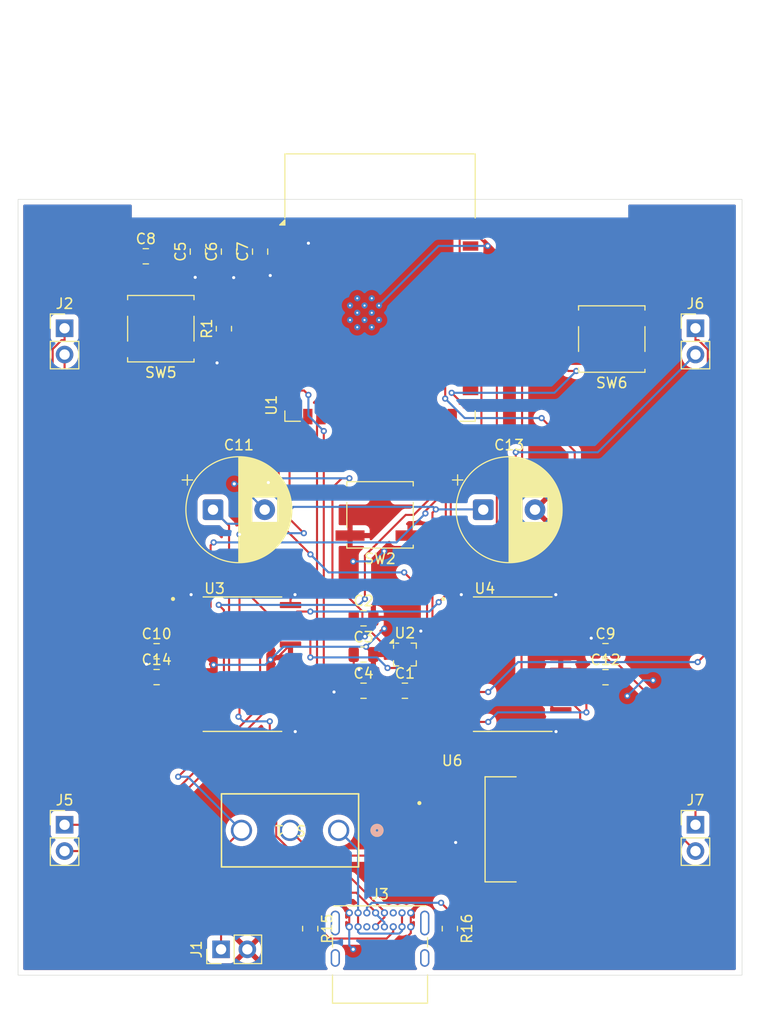
<source format=kicad_pcb>
(kicad_pcb (version 20241229) (generator "pcbnew") (generator_version "9.0")
  (layers (0 "F.Cu" signal) (2 "B.Cu" signal) (13 "F.Paste" user) (15 "B.Paste" user) (5 "F.SilkS" user "F.Silkscreen") (7 "B.SilkS" user "B.Silkscreen") (1 "F.Mask" user) (3 "B.Mask" user) (25 "Edge.Cuts" user))
  (net 0 "")
  (net 1 "Net-(U2-C1)")
  (net 2 "GND")
  (net 3 "+3V3")
  (net 4 "RESET")
  (net 5 "VBAT")
  (net 6 "D-")
  (net 7 "VBUS")
  (net 8 "D+")
  (net 13 "Net-(J3-CC1)")
  (net 15 "Net-(J3-CC2)")
  (net 17 "BOOT")
  (net 18 "Net-(SW1-B)")
  (net 19 "BUT")
  (net 20 "IN2B")
  (net 28 "SCL")
  (net 31 "INT_MAG")
  (net 33 "IN4B")
  (net 35 "IN1B")
  (net 39 "IN3B")
  (net 41 "IN3A")
  (net 42 "IN2A")
  (net 44 "IN4A")
  (net 46 "SDA")
  (net 51 "IN1A")
  (net 57 "MOTOR1B")
  (net 58 "MOTOR1A")
  (net 59 "MOTOR2B")
  (net 60 "MOTOR2A")
  (net 61 "MOTOR3A")
  (net 62 "MOTOR4A")
  (net 63 "MOTOR3B")
  (net 64 "MOTOR4B")
  (footprint "Button_Switch_SMD:SW_Push_1P1T_NO_CK_KSC6xxJ" (layer "F.Cu") (at 110.595 79.5)
    (property "Reference" "SW2")
    (property "Value" "SW_Push")
  )
  (footprint "Connector_PinHeader_2.54mm:PinHeader_1x02_P2.54mm_Vertical" (layer "F.Cu") (at 95.225 121.5 90)
    (property "Reference" "J1")
    (property "Value" "Conn_01x02_Pin")
  )
  (footprint "Capacitor_SMD:C_0805_2012Metric" (layer "F.Cu") (at 95.99 54.05 90)
    (property "Reference" "C6")
    (property "Value" "10uF")
  )
  (footprint "Button_Switch_THT:SS-12D10G5_XKB" (layer "F.Cu") (at 106.5941 110 180)
    (property "Reference" "SW1")
    (property "Value" "SW_SPDT")
  )
  (footprint "Capacitor_THT:CP_Radial_D10.0mm_P5.00mm" (layer "F.Cu") (at 94.445 79)
    (property "Reference" "C11")
    (property "Value" "220uF")
  )
  (footprint "Connector_PinHeader_2.54mm:PinHeader_1x02_P2.54mm_Vertical" (layer "F.Cu") (at 141.095 61.46)
    (property "Reference" "J6")
    (property "Value" "Conn_01x02_Pin")
  )
  (footprint "Capacitor_SMD:C_0805_2012Metric" (layer "F.Cu") (at 132.395 92.6725)
    (property "Reference" "C9")
    (property "Value" "0.1uF")
  )
  (footprint "RF_Module:ESP32-S3-WROOM-1" (layer "F.Cu") (at 110.595 57.5)
    (property "Reference" "U1")
    (property "Value" "ESP32-S3-WROOM-1")
  )
  (footprint "Capacitor_SMD:C_0805_2012Metric" (layer "F.Cu") (at 99 54.05 90)
    (property "Reference" "C7")
    (property "Value" "1uF")
  )
  (footprint "Capacitor_SMD:C_0805_2012Metric" (layer "F.Cu") (at 87.95 54.5)
    (property "Reference" "C8")
    (property "Value" "1uF")
  )
  (footprint "Connector_PinHeader_2.54mm:PinHeader_1x02_P2.54mm_Vertical" (layer "F.Cu") (at 141.095 109.46)
    (property "Reference" "J7")
    (property "Value" "Conn_01x02_Pin")
  )
  (footprint "Capacitor_SMD:C_0805_2012Metric" (layer "F.Cu") (at 109 89.5)
    (property "Reference" "C2")
    (property "Value" "0.1uF")
  )
  (footprint "Connector_USB:USB_C_Receptacle_GCT_USB4085" (layer "F.Cu") (at 107.62 117.975)
    (property "Reference" "J3")
    (property "Value" "USB_C_Receptacle_USB2.0_16P")
  )
  (footprint "Capacitor_SMD:C_0805_2012Metric" (layer "F.Cu") (at 109 93)
    (property "Reference" "C3")
    (property "Value" "10nF")
  )
  (footprint "Connector_PinHeader_2.54mm:PinHeader_1x02_P2.54mm_Vertical" (layer "F.Cu") (at 80.095 109.46)
    (property "Reference" "J5")
    (property "Value" "Conn_01x02_Pin")
  )
  (footprint "footprints:TO254P1524X483-4N" (layer "F.Cu") (at 123.4 109.9)
    (property "Reference" "U6")
    (property "Value" "LM1084-3.3")
  )
  (footprint "Capacitor_SMD:C_0805_2012Metric" (layer "F.Cu") (at 92.98 54.05 90)
    (property "Reference" "C5")
    (property "Value" "10uF")
  )
  (footprint "Capacitor_THT:CP_Radial_D10.0mm_P5.00mm" (layer "F.Cu") (at 120.5773 79)
    (property "Reference" "C13")
    (property "Value" "220uF")
  )
  (footprint "Capacitor_SMD:C_0805_2012Metric" (layer "F.Cu") (at 113 96.5)
    (property "Reference" "C1")
    (property "Value" "220nF")
  )
  (footprint "Resistor_SMD:R_0805_2012Metric" (layer "F.Cu") (at 95.5 61.5 90)
    (property "Reference" "R1")
    (property "Value" "5.1k")
  )
  (footprint "Resistor_SMD:R_0805_2012Metric" (layer "F.Cu") (at 103.845 119.5 -90)
    (property "Reference" "R15")
    (property "Value" "5.1k")
  )
  (footprint "Connector_PinHeader_2.54mm:PinHeader_1x02_P2.54mm_Vertical" (layer "F.Cu") (at 80.095 61.46)
    (property "Reference" "J2")
    (property "Value" "Conn_01x02_Pin")
  )
  (footprint "Resistor_SMD:R_0805_2012Metric" (layer "F.Cu") (at 117.345 119.5 -90)
    (property "Reference" "R16")
    (property "Value" "5.1k")
  )
  (footprint "Capacitor_SMD:C_0805_2012Metric" (layer "F.Cu") (at 88.995 92.6825)
    (property "Reference" "C10")
    (property "Value" "0.1uF")
  )
  (footprint "Package_LGA:LGA-12_2x2mm_P0.5mm" (layer "F.Cu") (at 113 93)
    (property "Reference" "U2")
    (property "Value" "LIS2MDL")
  )
  (footprint "footprints:SOIC127P1032X265-20N" (layer "F.Cu") (at 97.2927 93.9325)
    (property "Reference" "U3")
    (property "Value" "L293DD013TR")
  )
  (footprint "footprints:SOIC127P1032X265-20N" (layer "F.Cu") (at 123.425 93.9325)
    (property "Reference" "U4")
    (property "Value" "L293DD013TR")
  )
  (footprint "Button_Switch_SMD:SW_Push_1P1T_NO_CK_KSC6xxJ" (layer "F.Cu") (at 89.4 61.5)
    (property "Reference" "SW5")
    (property "Value" "SW_Push")
  )
  (footprint "Capacitor_SMD:C_0805_2012Metric" (layer "F.Cu") (at 132.395 95.1925)
    (property "Reference" "C12")
    (property "Value" "0.1uF")
  )
  (footprint "Button_Switch_SMD:SW_Push_1P1T_NO_CK_KSC6xxJ" (layer "F.Cu") (at 133 62.5)
    (property "Reference" "SW6")
    (property "Value" "SW_Push")
  )
  (footprint "Capacitor_SMD:C_0805_2012Metric" (layer "F.Cu") (at 109 96.5)
    (property "Reference" "C4")
    (property "Value" "0.1uF")
  )
  (footprint "Capacitor_SMD:C_0805_2012Metric" (layer "F.Cu") (at 88.995 95.1825)
    (property "Reference" "C14")
    (property "Value" "0.1uF")
  )
  (gr_rect (start 75.595 49) (end 145.595 124) (stroke (width 0.05)) (fill no) (layer "Edge.Cuts"))
  (segment (start 112.75 95.8) (end 112.75 93.7625) (width 0.2) (layer "F.Cu") (net 1))
  (segment (start 112.05 96.5) (end 112.75 95.8) (width 0.2) (layer "F.Cu") (net 1))
  (segment (start 113.57 119.325) (end 113.57 119.93) (width 0.2) (layer "F.Cu") (net 2))
  (segment (start 113.57 119.325) (end 113.57 117.975) (width 0.2) (layer "F.Cu") (net 2))
  (segment (start 92.6477 95.8375) (end 90.6 95.8375) (width 0.2) (layer "F.Cu") (net 2))
  (segment (start 90.56 94.5675) (end 92.6477 94.5675) (width 0.2) (layer "F.Cu") (net 2))
  (segment (start 119.74 52.24) (end 121 53.5) (width 0.2) (layer "F.Cu") (net 2))
  (segment (start 92.6477 94.5675) (end 92.6477 95.8375) (width 0.2) (layer "F.Cu") (net 2))
  (segment (start 92.6477 93.2975) (end 92.6477 94.5675) (width 0.2) (layer "F.Cu") (net 2))
  (segment (start 92.6477 92.0275) (end 90.6 92.0275) (width 0.2) (layer "F.Cu") (net 2))
  (segment (start 119.345 52.24) (end 119.74 52.24) (width 0.2) (layer "F.Cu") (net 2))
  (segment (start 113.57 119.93) (end 113 120.5) (width 0.2) (layer "F.Cu") (net 2))
  (segment (start 101.9377 92.0275) (end 100.4652 93.5) (width 0.2) (layer "F.Cu") (net 2))
  (segment (start 113.25 93.7625) (end 113.25 93.298) (width 0.2) (layer "F.Cu") (net 2))
  (segment (start 92.6477 92.0275) (end 92.6477 93.2975) (width 0.2) (layer "F.Cu") (net 2))
  (segment (start 92.6477 93.2975) (end 93.7975 93.2975) (width 0.2) (layer "F.Cu") (net 2))
  (segment (start 109.25 92.25) (end 109.25 92.3) (width 0.2) (layer "F.Cu") (net 2))
  (segment (start 107.62 119.325) (end 107.62 117.975) (width 0.2) (layer "F.Cu") (net 2))
  (segment (start 90.6 92.0275) (end 89.945 92.6825) (width 0.2) (layer "F.Cu") (net 2))
  (segment (start 134.5 96.3475) (end 134.5 97) (width 0.2) (layer "F.Cu") (net 2))
  (segment (start 89.945 95.1825) (end 90.56 94.5675) (width 0.2) (layer "F.Cu") (net 2))
  (segment (start 113.95 94.95) (end 113.95 96.5) (width 0.2) (layer "F.Cu") (net 2))
  (segment (start 113.25 93.298) (end 113.298 93.25) (width 0.2) (layer "F.Cu") (net 2))
  (segment (start 90.56 93.2975) (end 89.945 92.6825) (width 0.2) (layer "F.Cu") (net 2))
  (segment (start 113.298 93.25) (end 113.7625 93.25) (width 0.2) (layer "F.Cu") (net 2))
  (segment (start 100.4652 93.5) (end 100 93.5) (width 0.2) (layer "F.Cu") (net 2))
  (segment (start 133.345 95.1925) (end 134.5 96.3475) (width 0.2) (layer "F.Cu") (net 2))
  (segment (start 90.6 95.8375) (end 89.945 95.1825) (width 0.2) (layer "F.Cu") (net 2))
  (segment (start 109.25 92.3) (end 109.95 93) (width 0.2) (layer "F.Cu") (net 2))
  (segment (start 93.7975 93.2975) (end 94.5 94) (width 0.2) (layer "F.Cu") (net 2))
  (segment (start 113.25 93.7625) (end 113.25 94.25) (width 0.2) (layer "F.Cu") (net 2))
  (segment (start 92.6477 93.2975) (end 90.56 93.2975) (width 0.2) (layer "F.Cu") (net 2))
  (segment (start 113.25 94.25) (end 113.95 94.95) (width 0.2) (layer "F.Cu") (net 2))
  (via (at 100 93.5) (size 0.6) (drill 0.3) (layers "F.Cu" "B.Cu") (net 2))
  (via (at 121 53.5) (size 0.6) (drill 0.3) (layers "F.Cu" "B.Cu") (net 2))
  (via (at 108 84) (size 0.6) (drill 0.3) (layers "F.Cu" "B.Cu") (net 2))
  (via (at 109.25 92.25) (size 0.6) (drill 0.3) (layers "F.Cu" "B.Cu") (net 2))
  (via (at 134.5 97) (size 0.6) (drill 0.3) (layers "F.Cu" "B.Cu") (net 2))
  (via (at 94.5 94) (size 0.6) (drill 0.3) (layers "F.Cu" "B.Cu") (net 2))
  (via (at 137 95.5) (size 0.6) (drill 0.3) (layers "F.Cu" "B.Cu") (net 2))
  (via (at 111 90.5) (size 0.6) (drill 0.3) (layers "F.Cu" "B.Cu") (net 2))
  (via (at 108 121.5) (size 0.6) (drill 0.3) (layers "F.Cu" "B.Cu") (net 2))
  (via (at 96.5 76.5) (size 0.6) (drill 0.3) (layers "F.Cu" "B.Cu") (net 2))
  (via (at 111 83) (size 0.6) (drill 0.3) (layers "F.Cu" "B.Cu") (net 2))
  (segment (start 116.255 53.5) (end 110.495 59.26) (width 0.2) (layer "B.Cu") (net 2))
  (segment (start 100 93.5) (end 101.25 92.25) (width 0.2) (layer "B.Cu") (net 2))
  (segment (start 96.945 76.5) (end 96.5 76.5) (width 0.2) (layer "B.Cu") (net 2))
  (segment (start 108 121.5) (end 107.62 121.12) (width 0.2) (layer "B.Cu") (net 2))
  (segment (start 136 95.5) (end 137 95.5) (width 0.2) (layer "B.Cu") (net 2))
  (segment (start 121 53.5) (end 116.255 53.5) (width 0.2) (layer "B.Cu") (net 2))
  (segment (start 111 83) (end 110 84) (width 0.2) (layer "B.Cu") (net 2))
  (segment (start 110 84) (end 108 84) (width 0.2) (layer "B.Cu") (net 2))
  (segment (start 134.5 97) (end 136 95.5) (width 0.2) (layer "B.Cu") (net 2))
  (segment (start 99.445 79) (end 96.945 76.5) (width 0.2) (layer "B.Cu") (net 2))
  (segment (start 107.62 121.12) (end 107.62 119.325) (width 0.2) (layer "B.Cu") (net 2))
  (segment (start 111 90.5) (end 109.25 92.25) (width 0.2) (layer "B.Cu") (net 2))
  (segment (start 94.5 94) (end 99.5 94) (width 0.2) (layer "B.Cu") (net 2))
  (segment (start 101.25 92.25) (end 109.25 92.25) (width 0.2) (layer "B.Cu") (net 2))
  (segment (start 99.5 94) (end 100 93.5) (width 0.2) (layer "B.Cu") (net 2))
  (segment (start 108.05 89.5) (end 108.05 90.1691) (width 0.2) (layer "F.Cu") (net 3))
  (segment (start 107.9278 96.6222) (end 108.05 96.5) (width 0.2) (layer "F.Cu") (net 3))
  (segment (start 92.3287 87.2105) (end 92.6477 87.5295) (width 0.2) (layer "F.Cu") (net 3))
  (segment (start 99.9797 56.3593) (end 99.9797 55.9797) (width 0.2) (layer "F.Cu") (net 3))
  (segment (start 118.78 87.5384) (end 118.78 88.2175) (width 0.2) (layer "F.Cu") (net 3))
  (segment (start 131.0154 91.4177) (end 131.445 91.8473) (width 0.2) (layer "F.Cu") (net 3))
  (segment (start 92.7231 56.5379) (end 92.98 56.281) (width 0.2) (layer "F.Cu") (net 3))
  (segment (start 114.5407 90.7331) (end 114.5407 90.9951) (width 0.2) (layer "F.Cu") (net 3))
  (segment (start 88.045 93.8979) (end 88.045 92.6825) (width 0.2) (layer "F.Cu") (net 3))
  (segment (start 113.7625 92.75) (end 113.7625 92.25) (width 0.2) (layer "F.Cu") (net 3))
  (segment (start 92.98 56.281) (end 92.98 55) (width 0.2) (layer "F.Cu") (net 3))
  (segment (start 95.99 56.1082) (end 95.99 55) (width 0.2) (layer "F.Cu") (net 3))
  (segment (start 128.07 99.9934) (end 128.07 99.6475) (width 0.2) (layer "F.Cu") (net 3))
  (segment (start 128.07 87.6906) (end 128.07 88.2175) (width 0.2) (layer "F.Cu") (net 3))
  (segment (start 95.5 64.1408) (end 95.5 62.4125) (width 0.2) (layer "F.Cu") (net 3))
  (segment (start 113.7625 92.25) (end 113.7625 91.7733) (width 0.2) (layer "F.Cu") (net 3))
  (segment (start 96.4447 56.5629) (end 95.99 56.1082) (width 0.2) (layer "F.Cu") (net 3))
  (segment (start 114.5407 90.9951) (end 113.7625 91.7733) (width 0.2) (layer "F.Cu") (net 3))
  (segment (start 127.5899 87.2105) (end 128.07 87.6906) (width 0.2) (layer "F.Cu") (net 3))
  (segment (start 101.9377 87.6476) (end 101.9377 88.2175) (width 0.2) (layer "F.Cu") (net 3))
  (segment (start 108.05 93.9399) (end 108.05 93) (width 0.2) (layer "F.Cu") (net 3))
  (segment (start 102.3748 87.2105) (end 101.9377 87.6476) (width 0.2) (layer "F.Cu") (net 3))
  (segment (start 108.05 90.1691) (end 109.1325 91.2516) (width 0.2) (layer "F.Cu") (net 3))
  (segment (start 117.9075 111.17) (end 117 110.2625) (width 0.2) (layer "F.Cu") (net 3))
  (segment (start 92.6477 87.5295) (end 92.6477 88.2175) (width 0.2) (layer "F.Cu") (net 3))
  (segment (start 127.6116 100.4518) (end 128.07 99.9934) (width 0.2) (layer "F.Cu") (net 3))
  (segment (start 88.0104 93.9325) (end 88.045 93.8979) (width 0.2) (layer "F.Cu") (net 3))
  (segment (start 102.3965 100.4518) (end 101.9377 99.993) (width 0.2) (layer "F.Cu") (net 3))
  (segment (start 117 110.2625) (end 117 109.9) (width 0.2) (layer "F.Cu") (net 3))
  (segment (start 131.445 91.8473) (end 131.445 92.6725) (width 0.2) (layer "F.Cu") (net 3))
  (segment (start 99.9797 55.9797) (end 99 55) (width 0.2) (layer "F.Cu") (net 3))
  (segment (start 94.835 64.8058) (end 95.5 64.1408) (width 0.2) (layer "F.Cu") (net 3))
  (segment (start 108.5595 94.4494) (end 108.05 93.9399) (width 0.2) (layer "F.Cu") (net 3))
  (segment (start 101.845 53.51) (end 102.8967 53.51) (width 0.2) (layer "F.Cu") (net 3))
  (segment (start 103.1705 53.2362) (end 102.8967 53.51) (width 0.2) (layer "F.Cu") (net 3))
  (segment (start 106.147 96.6222) (end 107.9278 96.6222) (width 0.2) (layer "F.Cu") (net 3))
  (segment (start 101.9377 99.993) (end 101.9377 99.6475) (width 0.2) (layer "F.Cu") (net 3))
  (segment (start 118.4521 87.2105) (end 118.78 87.5384) (width 0.2) (layer "F.Cu") (net 3))
  (segment (start 103.67 53.2362) (end 103.1705 53.2362) (width 0.2) (layer "F.Cu") (net 3))
  (via (at 102.3965 100.4518) (size 0.6) (drill 0.3) (layers "F.Cu" "B.Cu") (net 3))
  (via (at 102.3748 87.2105) (size 0.6) (drill 0.3) (layers "F.Cu" "B.Cu") (net 3))
  (via (at 109.1325 91.2516) (size 0.6) (drill 0.3) (layers "F.Cu" "B.Cu") (net 3))
  (via (at 127.5899 87.2105) (size 0.6) (drill 0.3) (layers "F.Cu" "B.Cu") (net 3))
  (via (at 118.4521 87.2105) (size 0.6) (drill 0.3) (layers "F.Cu" "B.Cu") (net 3))
  (via (at 99.9797 56.3593) (size 0.6) (drill 0.3) (layers "F.Cu" "B.Cu") (net 3))
  (via (at 127.6116 100.4518) (size 0.6) (drill 0.3) (layers "F.Cu" "B.Cu") (net 3))
  (via (at 108.5595 94.4494) (size 0.6) (drill 0.3) (layers "F.Cu" "B.Cu") (net 3))
  (via (at 96.4447 56.5629) (size 0.6) (drill 0.3) (layers "F.Cu" "B.Cu") (net 3))
  (via (at 88.0104 93.9325) (size 0.6) (drill 0.3) (layers "F.Cu" "B.Cu") (net 3))
  (via (at 103.67 53.2362) (size 0.6) (drill 0.3) (layers "F.Cu" "B.Cu") (net 3))
  (via (at 131.0154 91.4177) (size 0.6) (drill 0.3) (layers "F.Cu" "B.Cu") (net 3))
  (via (at 92.7231 56.5379) (size 0.6) (drill 0.3) (layers "F.Cu" "B.Cu") (net 3))
  (via (at 92.3287 87.2105) (size 0.6) (drill 0.3) (layers "F.Cu" "B.Cu") (net 3))
  (via (at 94.835 64.8058) (size 0.6) (drill 0.3) (layers "F.Cu" "B.Cu") (net 3))
  (via (at 106.147 96.6222) (size 0.6) (drill 0.3) (layers "F.Cu" "B.Cu") (net 3))
  (via (at 117.9075 111.17) (size 0.6) (drill 0.3) (layers "F.Cu" "B.Cu") (net 3))
  (via (at 114.5407 90.7331) (size 0.6) (drill 0.3) (layers "F.Cu" "B.Cu") (net 3))
  (segment (start 100.1706 54.1758) (end 100.7748 54.78) (width 0.2) (layer "F.Cu") (net 4))
  (segment (start 97.0464 59.0411) (end 97.0464 55.424) (width 0.2) (layer "F.Cu") (net 4))
  (segment (start 88.2017 55.7017) (end 87 54.5) (width 0.2) (layer "F.Cu") (net 4))
  (segment (start 95.5 60.5875) (end 97.0464 59.0411) (width 0.2) (layer "F.Cu") (net 4))
  (segment (start 92.3 63.5) (end 94.0017 63.5) (width 0.2) (layer "F.Cu") (net 4))
  (segment (start 86.5 63.5) (end 88.2017 63.5) (width 0.2) (layer "F.Cu") (net 4))
  (segment (start 88.2017 63.5) (end 88.2017 55.7017) (width 0.2) (layer "F.Cu") (net 4))
  (segment (start 98.2946 54.1758) (end 100.1706 54.1758) (width 0.2) (layer "F.Cu") (net 4))
  (segment (start 95.5 60.5875) (end 94.0017 62.0858) (width 0.2) (layer "F.Cu") (net 4))
  (segment (start 97.0464 55.424) (end 98.2946 54.1758) (width 0.2) (layer "F.Cu") (net 4))
  (segment (start 100.7748 54.78) (end 101.845 54.78) (width 0.2) (layer "F.Cu") (net 4))
  (segment (start 94.0017 62.0858) (end 94.0017 63.5) (width 0.2) (layer "F.Cu") (net 4))
  (segment (start 92.3 63.5) (end 88.2017 63.5) (width 0.2) (layer "F.Cu") (net 4))
  (segment (start 118.3193 99.6475) (end 118.78 99.6475) (width 0.2) (layer "F.Cu") (net 5))
  (segment (start 115.6646 79.2916) (end 115.6646 96.9928) (width 0.2) (layer "F.Cu") (net 5))
  (segment (start 115.6646 96.9928) (end 118.3193 99.6475) (width 0.2) (layer "F.Cu") (net 5))
  (segment (start 92.6477 99.6475) (end 93.1115 99.6475) (width 0.2) (layer "F.Cu") (net 5))
  (segment (start 115.9875 78.9687) (end 115.6646 79.2916) (width 0.2) (layer "F.Cu") (net 5))
  (segment (start 118.9129 99.5146) (end 118.78 99.6475) (width 0.2) (layer "F.Cu") (net 5))
  (segment (start 96 96.759) (end 96 80.555) (width 0.2) (layer "F.Cu") (net 5))
  (segment (start 131.445 95.1925) (end 130.5488 96.0887) (width 0.2) (layer "F.Cu") (net 5))
  (segment (start 92.1404 103.7564) (end 92.1404 99.6475) (width 0.2) (layer "F.Cu") (net 5))
  (segment (start 88.045 95.1825) (end 88.045 95.5521) (width 0.2) (layer "F.Cu") (net 5))
  (segment (start 91.0818 104.815) (end 92.1404 103.7564) (width 0.2) (layer "F.Cu") (net 5))
  (segment (start 92.1404 99.6475) (end 92.6477 99.6475) (width 0.2) (layer "F.Cu") (net 5))
  (segment (start 121.0552 99.5146) (end 118.9129 99.5146) (width 0.2) (layer "F.Cu") (net 5))
  (segment (start 130.5488 96.0887) (end 130.5488 98.5896) (width 0.2) (layer "F.Cu") (net 5))
  (segment (start 95.225 111.971) (end 97.1961 110) (width 0.2) (layer "F.Cu") (net 5))
  (segment (start 88.045 95.5521) (end 92.1404 99.6475) (width 0.2) (layer "F.Cu") (net 5))
  (segment (start 95.225 121.5) (end 95.225 111.971) (width 0.2) (layer "F.Cu") (net 5))
  (segment (start 96 80.555) (end 94.445 79) (width 0.2) (layer "F.Cu") (net 5))
  (segment (start 93.1115 99.6475) (end 96 96.759) (width 0.2) (layer "F.Cu") (net 5))
  (via (at 121.0552 99.5146) (size 0.6) (drill 0.3) (layers "F.Cu" "B.Cu") (net 5))
  (via (at 130.5488 98.5896) (size 0.6) (drill 0.3) (layers "F.Cu" "B.Cu") (net 5))
  (via (at 115.9875 78.9687) (size 0.6) (drill 0.3) (layers "F.Cu" "B.Cu") (net 5))
  (via (at 91.0818 104.815) (size 0.6) (drill 0.3) (layers "F.Cu" "B.Cu") (net 5))
  (segment (start 92.0111 104.815) (end 91.0818 104.815) (width 0.2) (layer "B.Cu") (net 5))
  (segment (start 115.7437 78.7249) (end 102.2247 78.7249) (width 0.2) (layer "B.Cu") (net 5))
  (segment (start 130.5488 98.5896) (end 121.9802 98.5896) (width 0.2) (layer "B.Cu") (net 5))
  (segment (start 115.9875 78.9687) (end 115.7437 78.7249) (width 0.2) (layer "B.Cu") (net 5))
  (segment (start 120.546 78.9687) (end 115.9875 78.9687) (width 0.2) (layer "B.Cu") (net 5))
  (segment (start 121.9802 98.5896) (end 121.0552 99.5146) (width 0.2) (layer "B.Cu") (net 5))
  (segment (start 97.1961 110) (end 92.0111 104.815) (width 0.2) (layer "B.Cu") (net 5))
  (segment (start 102.2247 78.7249) (end 100.5924 80.3572) (width 0.2) (layer "B.Cu") (net 5))
  (segment (start 120.5773 79) (end 120.546 78.9687) (width 0.2) (layer "B.Cu") (net 5))
  (segment (start 95.8022 80.3572) (end 94.445 79) (width 0.2) (layer "B.Cu") (net 5))
  (segment (start 100.5924 80.3572) (end 95.8022 80.3572) (width 0.2) (layer "B.Cu") (net 5))
  (segment (start 105.1562 103.9193) (end 105.1562 71.3946) (width 0.2) (layer "F.Cu") (net 6))
  (segment (start 111.02 118.404) (end 111.02 117.975) (width 0.2) (layer "F.Cu") (net 6))
  (segment (start 104.609 114.6104) (end 100.5601 110.5615) (width 0.2) (layer "F.Cu") (net 6))
  (segment (start 103.2478 67.48) (end 103.67 67.9022) (width 0.2) (layer "F.Cu") (net 6))
  (segment (start 100.5601 110.5615) (end 100.5601 108.5154) (width 0.2) (layer "F.Cu") (net 6))
  (segment (start 111.02 117.975) (end 111.02 117.8429) (width 0.2) (layer "F.Cu") (net 6))
  (segment (start 111.02 117.8429) (end 107.7875 114.6104) (width 0.2) (layer "F.Cu") (net 6))
  (segment (start 100.5601 108.5154) (end 105.1562 103.9193) (width 0.2) (layer "F.Cu") (net 6))
  (segment (start 110.17 119.254) (end 111.02 118.404) (width 0.2) (layer "F.Cu") (net 6))
  (segment (start 110.17 119.325) (end 110.17 119.254) (width 0.2) (layer "F.Cu") (net 6))
  (segment (start 101.845 67.48) (end 103.2478 67.48) (width 0.2) (layer "F.Cu") (net 6))
  (segment (start 107.7875 114.6104) (end 104.609 114.6104) (width 0.2) (layer "F.Cu") (net 6))
  (via (at 105.1562 71.3946) (size 0.6) (drill 0.3) (layers "F.Cu" "B.Cu") (net 6))
  (via (at 103.67 67.9022) (size 0.6) (drill 0.3) (layers "F.Cu" "B.Cu") (net 6))
  (segment (start 103.67 67.9022) (end 103.67 69.9084) (width 0.2) (layer "B.Cu") (net 6))
  (segment (start 103.67 69.9084) (end 105.1562 71.3946) (width 0.2) (layer "B.Cu") (net 6))
  (segment (start 112.72 119.325) (end 112.72 117.975) (width 0.2) (layer "F.Cu") (net 7))
  (segment (start 108.47 119.325) (end 108.47 117.975) (width 0.2) (layer "F.Cu") (net 7))
  (segment (start 108.626 119.976) (end 108.47 119.82) (width 0.2) (layer "B.Cu") (net 7))
  (segment (start 112.72 119.723) (end 112.467 119.976) (width 0.2) (layer "B.Cu") (net 7))
  (segment (start 112.467 119.976) (end 108.626 119.976) (width 0.2) (layer "B.Cu") (net 7))
  (segment (start 108.47 119.82) (end 108.47 119.325) (width 0.2) (layer "B.Cu") (net 7))
  (segment (start 107.532 110.938) (end 106.5941 110.0001) (width 0.2) (layer "B.Cu") (net 7))
  (segment (start 106.5941 110.0001) (end 106.5941 110) (width 0.2) (layer "B.Cu") (net 7))
  (segment (start 108.47 111.876) (end 107.532 110.938) (width 0.2) (layer "B.Cu") (net 7))
  (segment (start 107.532 110.938) (end 106.594 110) (width 0.2) (layer "B.Cu") (net 7))
  (segment (start 108.47 117.975) (end 108.47 111.876) (width 0.2) (layer "B.Cu") (net 7))
  (segment (start 112.72 119.325) (end 112.72 119.723) (width 0.2) (layer "B.Cu") (net 7))
  (segment (start 97.0067 98.9119) (end 96.9101 99.0085) (width 0.2) (layer "F.Cu") (net 8))
  (segment (start 99.9335 110.5683) (end 105.3913 116.0261) (width 0.2) (layer "F.Cu") (net 8))
  (segment (start 99.9335 99.4609) (end 99.9335 110.5683) (width 0.2) (layer "F.Cu") (net 8))
  (segment (start 101.845 79.8885) (end 103.2276 81.2711) (width 0.2) (layer "F.Cu") (net 8))
  (segment (start 97.0067 81.3871) (end 97.0067 98.9119) (width 0.2) (layer "F.Cu") (net 8))
  (segment (start 101.845 68.75) (end 101.845 79.8885) (width 0.2) (layer "F.Cu") (net 8))
  (segment (start 110.17 117.8972) (end 110.17 117.975) (width 0.2) (layer "F.Cu") (net 8))
  (segment (start 108.2989 116.0261) (end 110.17 117.8972) (width 0.2) (layer "F.Cu") (net 8))
  (segment (start 105.3913 116.0261) (end 108.2989 116.0261) (width 0.2) (layer "F.Cu") (net 8))
  (via (at 96.9101 99.0085) (size 0.6) (drill 0.3) (layers "F.Cu" "B.Cu") (net 8))
  (via (at 99.9335 99.4609) (size 0.6) (drill 0.3) (layers "F.Cu" "B.Cu") (net 8))
  (via (at 97.0067 81.3871) (size 0.6) (drill 0.3) (layers "F.Cu" "B.Cu") (net 8))
  (via (at 103.2276 81.2711) (size 0.6) (drill 0.3) (layers "F.Cu" "B.Cu") (net 8))
  (segment (start 97.3625 99.4609) (end 99.9335 99.4609) (width 0.2) (layer "B.Cu") (net 8))
  (segment (start 103.2276 81.2711) (end 97.1227 81.2711) (width 0.2) (layer "B.Cu") (net 8))
  (segment (start 111.02 118.896) (end 110.17 118.046) (width 0.2) (layer "B.Cu") (net 8))
  (segment (start 110.17 118.046) (end 110.17 117.975) (width 0.2) (layer "B.Cu") (net 8))
  (segment (start 97.1227 81.2711) (end 97.0067 81.3871) (width 0.2) (layer "B.Cu") (net 8))
  (segment (start 111.02 119.325) (end 111.02 118.896) (width 0.2) (layer "B.Cu") (net 8))
  (segment (start 96.9101 99.0085) (end 97.3625 99.4609) (width 0.2) (layer "B.Cu") (net 8))
  (segment (start 117.345 118.5875) (end 117.345 117.845) (width 0.2) (layer "F.Cu") (net 13))
  (segment (start 117.345 117.845) (end 116.5 117) (width 0.2) (layer "F.Cu") (net 13))
  (segment (start 117.345 118.588) (end 117.345 118.5875) (width 0.2) (layer "F.Cu") (net 13))
  (via (at 116.5 117) (size 0.6) (drill 0.3) (layers "F.Cu" "B.Cu") (net 13))
  (segment (start 109.32 117.48) (end 109.32 117.975) (width 0.2) (layer "B.Cu") (net 13))
  (segment (start 109.8 117) (end 109.32 117.48) (width 0.2) (layer "B.Cu") (net 13))
  (segment (start 116.5 117) (end 109.8 117) (width 0.2) (layer "B.Cu") (net 13))
  (segment (start 104.4057 119.1484) (end 103.845 118.5877) (width 0.2) (layer "F.Cu") (net 15))
  (segment (start 111.234 120.456) (end 111.87 119.82) (width 0.2) (layer "F.Cu") (net 15))
  (segment (start 105.714 120.456) (end 111.234 120.456) (width 0.2) (layer "F.Cu") (net 15))
  (segment (start 111.87 119.82) (end 111.87 119.325) (width 0.2) (layer "F.Cu") (net 15))
  (segment (start 103.845 118.588) (end 104.4057 119.1484) (width 0.2) (layer "F.Cu") (net 15))
  (segment (start 103.845 118.5877) (end 103.845 118.5875) (width 0.2) (layer "F.Cu") (net 15))
  (segment (start 104.4057 119.1484) (end 105.714 120.456) (width 0.2) (layer "F.Cu") (net 15))
  (segment (start 118.2933 68.75) (end 118.2933 68.4715) (width 0.2) (layer "F.Cu") (net 17))
  (segment (start 130.1 64.5) (end 135.9 64.5) (width 0.2) (layer "F.Cu") (net 17))
  (segment (start 129.5704 65.5889) (end 128.7857 65.5889) (width 0.2) (layer "F.Cu") (net 17))
  (segment (start 118.2933 68.4715) (end 117.52 67.6982) (width 0.2) (layer "F.Cu") (net 17))
  (segment (start 130.1 64.5) (end 128.3983 64.5) (width 0.2) (layer "F.Cu") (net 17))
  (segment (start 128.7857 65.5889) (end 128.3983 65.2015) (width 0.2) (layer "F.Cu") (net 17))
  (segment (start 119.345 68.75) (end 118.2933 68.75) (width 0.2) (layer "F.Cu") (net 17))
  (segment (start 128.3983 65.2015) (end 128.3983 64.5) (width 0.2) (layer "F.Cu") (net 17))
  (via (at 129.5704 65.5889) (size 0.6) (drill 0.3) (layers "F.Cu" "B.Cu") (net 17))
  (via (at 117.52 67.6982) (size 0.6) (drill 0.3) (layers "F.Cu" "B.Cu") (net 17))
  (segment (start 127.4611 67.6982) (end 129.5704 65.5889) (width 0.2) (layer "B.Cu") (net 17))
  (segment (start 117.52 67.6982) (end 127.4611 67.6982) (width 0.2) (layer "B.Cu") (net 17))
  (segment (start 101.8951 110) (end 101.895 110) (width 0.2) (layer "F.Cu") (net 18))
  (segment (start 104.335 112.44) (end 101.8951 110) (width 0.2) (layer "F.Cu") (net 18))
  (segment (start 117 112.44) (end 104.335 112.44) (width 0.2) (layer "F.Cu") (net 18))
  (segment (start 113.495 77.5) (end 107.695 77.5) (width 0.2) (layer "F.Cu") (net 19))
  (segment (start 101.9377 89.4875) (end 102.5802 88.845) (width 0.2) (layer "F.Cu") (net 20))
  (segment (start 117.58 70) (end 117.58 71.2369) (width 0.2) (layer "F.Cu") (net 20))
  (segment (start 116.9525 71.8644) (end 116.9525 87.2588) (width 0.2) (layer "F.Cu") (net 20))
  (segment (start 102.5802 88.845) (end 103.8574 88.845) (width 0.2) (layer "F.Cu") (net 20))
  (segment (start 117.58 71.2369) (end 116.9525 71.8644) (width 0.2) (layer "F.Cu") (net 20))
  (segment (start 116.9525 87.2588) (end 116.2663 87.945) (width 0.2) (layer "F.Cu") (net 20))
  (via (at 103.8574 88.845) (size 0.6) (drill 0.3) (layers "F.Cu" "B.Cu") (net 20))
  (via (at 116.2663 87.945) (size 0.6) (drill 0.3) (layers "F.Cu" "B.Cu") (net 20))
  (segment (start 116.2663 87.945) (end 115.3663 88.845) (width 0.2) (layer "B.Cu") (net 20))
  (segment (start 115.3663 88.845) (end 103.8574 88.845) (width 0.2) (layer "B.Cu") (net 20))
  (segment (start 105.9933 76.8703) (end 106.899 75.9646) (width 0.2) (layer "F.Cu") (net 28))
  (segment (start 106.899 75.9646) (end 107.6325 75.9646) (width 0.2) (layer "F.Cu") (net 28))
  (segment (start 112.2375 92.25) (end 111.1596 92.25) (width 0.2) (layer "F.Cu") (net 28))
  (segment (start 108.8894 89.9798) (end 108.8894 88.8257) (width 0.2) (layer "F.Cu") (net 28))
  (segment (start 99.7942 76.3754) (end 99.7942 58.3191) (width 0.2) (layer "F.Cu") (net 28))
  (segment (start 105.9933 85.9296) (end 105.9933 76.8703) (width 0.2) (layer "F.Cu") (net 28))
  (segment (start 101.845 57.32) (end 100.7933 57.32) (width 0.2) (layer "F.Cu") (net 28))
  (segment (start 99.7942 58.3191) (end 100.7933 57.32) (width 0.2) (layer "F.Cu") (net 28))
  (segment (start 108.8894 88.8257) (end 105.9933 85.9296) (width 0.2) (layer "F.Cu") (net 28))
  (segment (start 111.1596 92.25) (end 108.8894 89.9798) (width 0.2) (layer "F.Cu") (net 28))
  (via (at 99.7942 76.3754) (size 0.6) (drill 0.3) (layers "F.Cu" "B.Cu") (net 28))
  (via (at 107.6325 75.9646) (size 0.6) (drill 0.3) (layers "F.Cu" "B.Cu") (net 28))
  (segment (start 100.205 75.9646) (end 99.7942 76.3754) (width 0.2) (layer "B.Cu") (net 28))
  (segment (start 107.6325 75.9646) (end 100.205 75.9646) (width 0.2) (layer "B.Cu") (net 28))
  (segment (start 103.8664 83.3198) (end 100.7933 80.2467) (width 0.2) (layer "F.Cu") (net 31))
  (segment (start 100.7933 80.2467) (end 100.7933 58.59) (width 0.2) (layer "F.Cu") (net 31))
  (segment (start 114.2517 93.75) (end 115.1425 92.8592) (width 0.2) (layer "F.Cu") (net 31))
  (segment (start 115.1425 87.2755) (end 112.9288 85.0618) (width 0.2) (layer "F.Cu") (net 31))
  (segment (start 101.845 58.59) (end 100.7933 58.59) (width 0.2) (layer "F.Cu") (net 31))
  (segment (start 113.7625 93.75) (end 114.2517 93.75) (width 0.2) (layer "F.Cu") (net 31))
  (segment (start 115.1425 92.8592) (end 115.1425 87.2755) (width 0.2) (layer "F.Cu") (net 31))
  (via (at 112.9288 85.0618) (size 0.6) (drill 0.3) (layers "F.Cu" "B.Cu") (net 31))
  (via (at 103.8664 83.3198) (size 0.6) (drill 0.3) (layers "F.Cu" "B.Cu") (net 31))
  (segment (start 112.9288 85.0618) (end 105.6084 85.0618) (width 0.2) (layer "B.Cu") (net 31))
  (segment (start 105.6084 85.0618) (end 103.8664 83.3198) (width 0.2) (layer "B.Cu") (net 31))
  (segment (start 119.345 62.4) (end 118.2933 62.4) (width 0.2) (layer "F.Cu") (net 33))
  (segment (start 129.4196 73.344) (end 126.2179 70.1423) (width 0.2) (layer "F.Cu") (net 33))
  (segment (start 116.8984 68.2582) (end 116.8984 63.7949) (width 0.2) (layer "F.Cu") (net 33))
  (segment (start 128.07 89.4875) (end 128.5708 89.4875) (width 0.2) (layer "F.Cu") (net 33))
  (segment (start 129.4196 88.6387) (end 129.4196 73.344) (width 0.2) (layer "F.Cu") (net 33))
  (segment (start 116.8984 63.7949) (end 118.2933 62.4) (width 0.2) (layer "F.Cu") (net 33))
  (segment (start 128.5708 89.4875) (end 129.4196 88.6387) (width 0.2) (layer "F.Cu") (net 33))
  (via (at 126.2179 70.1423) (size 0.6) (drill 0.3) (layers "F.Cu" "B.Cu") (net 33))
  (via (at 116.8984 68.2582) (size 0.6) (drill 0.3) (layers "F.Cu" "B.Cu") (net 33))
  (segment (start 118.7825 70.1423) (end 116.8984 68.2582) (width 0.2) (layer "B.Cu") (net 33))
  (segment (start 126.2179 70.1423) (end 118.7825 70.1423) (width 0.2) (layer "B.Cu") (net 33))
  (segment (start 95.5 96.0228) (end 95.5 88.7021) (width 0.2) (layer "F.Cu") (net 35))
  (segment (start 109.1325 83.4489) (end 109.1325 87.6364) (width 0.2) (layer "F.Cu") (net 35))
  (segment (start 92.6477 98.3775) (end 93.1453 98.3775) (width 0.2) (layer "F.Cu") (net 35))
  (segment (start 93.1453 98.3775) (end 95.5 96.0228) (width 0.2) (layer "F.Cu") (net 35))
  (segment (start 115.2449 78.1086) (end 113.852 79.5015) (width 0.2) (layer "F.Cu") (net 35))
  (segment (start 113.852 79.5015) (end 113.0799 79.5015) (width 0.2) (layer "F.Cu") (net 35))
  (segment (start 115.2449 71.2566) (end 115.2449 78.1086) (width 0.2) (layer "F.Cu") (net 35))
  (segment (start 115.04 71.0517) (end 115.2449 71.2566) (width 0.2) (layer "F.Cu") (net 35))
  (segment (start 115.04 70) (end 115.04 71.0517) (width 0.2) (layer "F.Cu") (net 35))
  (segment (start 95.5 88.7021) (end 95 88.2021) (width 0.2) (layer "F.Cu") (net 35))
  (segment (start 113.0799 79.5015) (end 109.1325 83.4489) (width 0.2) (layer "F.Cu") (net 35))
  (via (at 95 88.2021) (size 0.6) (drill 0.3) (layers "F.Cu" "B.Cu") (net 35))
  (via (at 109.1325 87.6364) (size 0.6) (drill 0.3) (layers "F.Cu" "B.Cu") (net 35))
  (segment (start 108.5668 88.2021) (end 109.1325 87.6364) (width 0.2) (layer "B.Cu") (net 35))
  (segment (start 95 88.2021) (end 108.5668 88.2021) (width 0.2) (layer "B.Cu") (net 35))
  (segment (start 118.2738 98.3152) (end 117.443 97.4844) (width 0.2) (layer "F.Cu") (net 39))
  (segment (start 117.4342 91.153) (end 117.4342 75.4469) (width 0.2) (layer "F.Cu") (net 39))
  (segment (start 120.3967 72.4844) (end 120.3967 59.86) (width 0.2) (layer "F.Cu") (net 39))
  (segment (start 117.4342 75.4469) (end 120.3967 72.4844) (width 0.2) (layer "F.Cu") (net 39))
  (segment (start 120.3967 59.86) (end 119.345 59.86) (width 0.2) (layer "F.Cu") (net 39))
  (segment (start 118.7178 98.3152) (end 118.2738 98.3152) (width 0.2) (layer "F.Cu") (net 39))
  (segment (start 117.443 97.4844) (end 117.443 91.1618) (width 0.2) (layer "F.Cu") (net 39))
  (segment (start 118.7178 98.3153) (end 118.7178 98.3152) (width 0.2) (layer "F.Cu") (net 39))
  (segment (start 117.443 91.1618) (end 117.4342 91.153) (width 0.2) (layer "F.Cu") (net 39))
  (segment (start 118.78 98.3775) (end 118.7178 98.3153) (width 0.2) (layer "F.Cu") (net 39))
  (segment (start 119.2906 89.4875) (end 118.78 89.4875) (width 0.2) (layer "F.Cu") (net 41))
  (segment (start 121.8884 60.0817) (end 121.8884 86.8897) (width 0.2) (layer "F.Cu") (net 41))
  (segment (start 121.8884 86.8897) (end 119.2906 89.4875) (width 0.2) (layer "F.Cu") (net 41))
  (segment (start 119.345 58.59) (end 120.3967 58.59) (width 0.2) (layer "F.Cu") (net 41))
  (segment (start 120.3967 58.59) (end 121.8884 60.0817) (width 0.2) (layer "F.Cu") (net 41))
  (segment (start 104.5032 70.3768) (end 104.88 70) (width 0.2) (layer "F.Cu") (net 42))
  (segment (start 102.4385 98.3775) (end 104.5032 96.3128) (width 0.2) (layer "F.Cu") (net 42))
  (segment (start 104.5032 96.3128) (end 104.5032 70.3768) (width 0.2) (layer "F.Cu") (net 42))
  (segment (start 101.9377 98.3775) (end 102.4385 98.3775) (width 0.2) (layer "F.Cu") (net 42))
  (segment (start 124.3298 55.5597) (end 124.3298 74.5249) (width 0.2) (layer "F.Cu") (net 44))
  (segment (start 118.2933 61.13) (end 118.2933 51.6325) (width 0.2) (layer "F.Cu") (net 44))
  (segment (start 118.4375 51.4883) (end 120.2584 51.4883) (width 0.2) (layer "F.Cu") (net 44))
  (segment (start 124.3298 74.5249) (end 124.2756 74.5791) (width 0.2) (layer "F.Cu") (net 44))
  (segment (start 124.2756 95.1104) (end 127.5427 98.3775) (width 0.2) (layer "F.Cu") (net 44))
  (segment (start 120.2584 51.4883) (end 124.3298 55.5597) (width 0.2) (layer "F.Cu") (net 44))
  (segment (start 127.5427 98.3775) (end 128.07 98.3775) (width 0.2) (layer "F.Cu") (net 44))
  (segment (start 124.2756 74.5791) (end 124.2756 95.1104) (width 0.2) (layer "F.Cu") (net 44))
  (segment (start 118.2933 51.6325) (end 118.4375 51.4883) (width 0.2) (layer "F.Cu") (net 44))
  (segment (start 119.345 61.13) (end 118.2933 61.13) (width 0.2) (layer "F.Cu") (net 44))
  (segment (start 103.0447 90.1225) (end 103.859 90.9368) (width 0.2) (layer "F.Cu") (net 46))
  (segment (start 100.7933 56.05) (end 100.7933 56.7035) (width 0.2) (layer "F.Cu") (net 46))
  (segment (start 112.2375 93.75) (end 112.2375 94.2267) (width 0.2) (layer "F.Cu") (net 46))
  (segment (start 101.845 56.05) (end 100.7933 56.05) (width 0.2) (layer "F.Cu") (net 46))
  (segment (start 100.7933 56.7035) (end 98.1433 59.3535) (width 0.2) (layer "F.Cu") (net 46))
  (segment (start 111.3225 94.3005) (end 112.1637 94.3005) (width 0.2) (layer "F.Cu") (net 46))
  (segment (start 98.1433 87.4298) (end 100.836 90.1225) (width 0.2) (layer "F.Cu") (net 46))
  (segment (start 98.1433 59.3535) (end 98.1433 87.4298) (width 0.2) (layer "F.Cu") (net 46))
  (segment (start 103.859 90.9368) (end 103.859 93.2779) (width 0.2) (layer "F.Cu") (net 46))
  (segment (start 100.836 90.1225) (end 103.0447 90.1225) (width 0.2) (layer "F.Cu") (net 46))
  (segment (start 112.1637 94.3005) (end 112.2375 94.2267) (width 0.2) (layer "F.Cu") (net 46))
  (via (at 103.859 93.2779) (size 0.6) (drill 0.3) (layers "F.Cu" "B.Cu") (net 46))
  (via (at 111.3225 94.3005) (size 0.6) (drill 0.3) (layers "F.Cu" "B.Cu") (net 46))
  (segment (start 103.859 93.2779) (end 110.2999 93.2779) (width 0.2) (layer "B.Cu") (net 46))
  (segment (start 110.2999 93.2779) (end 111.3225 94.3005) (width 0.2) (layer "B.Cu") (net 46))
  (segment (start 93.142 89.4875) (end 92.6477 89.4875) (width 0.2) (layer "F.Cu") (net 51))
  (segment (start 94.5075 82.1602) (end 94.2145 82.4532) (width 0.2) (layer "F.Cu") (net 51))
  (segment (start 94.2145 88.415) (end 93.142 89.4875) (width 0.2) (layer "F.Cu") (net 51))
  (segment (start 116.31 77.7954) (end 114.9825 79.1229) (width 0.2) (layer "F.Cu") (net 51))
  (segment (start 114.9825 79.1229) (end 114.9825 79.357) (width 0.2) (layer "F.Cu") (net 51))
  (segment (start 116.31 70) (end 116.31 77.7954) (width 0.2) (layer "F.Cu") (net 51))
  (segment (start 94.2145 82.4532) (end 94.2145 88.415) (width 0.2) (layer "F.Cu") (net 51))
  (via (at 114.9825 79.357) (size 0.6) (drill 0.3) (layers "F.Cu" "B.Cu") (net 51))
  (via (at 94.5075 82.1602) (size 0.6) (drill 0.3) (layers "F.Cu" "B.Cu") (net 51))
  (segment (start 112.1793 82.1602) (end 94.5075 82.1602) (width 0.2) (layer "B.Cu") (net 51))
  (segment (start 114.9825 79.357) (end 112.1793 82.1602) (width 0.2) (layer "B.Cu") (net 51))
  (segment (start 80.095 61.46) (end 80.095 62.6117) (width 0.2) (layer "F.Cu") (net 57))
  (segment (start 78.9433 63.4754) (end 79.807 62.6117) (width 0.2) (layer "F.Cu") (net 57))
  (segment (start 90.3404 97.1075) (end 88.995 95.7621) (width 0.2) (layer "F.Cu") (net 57))
  (segment (start 88.995 95.7621) (end 88.995 90.0579) (width 0.2) (layer "F.Cu") (net 57))
  (segment (start 92.6477 97.1075) (end 90.3404 97.1075) (width 0.2) (layer "F.Cu") (net 57))
  (segment (start 78.9433 80.0062) (end 78.9433 63.4754) (width 0.2) (layer "F.Cu") (net 57))
  (segment (start 88.995 90.0579) (end 78.9433 80.0062) (width 0.2) (layer "F.Cu") (net 57))
  (segment (start 79.807 62.6117) (end 80.095 62.6117) (width 0.2) (layer "F.Cu") (net 57))
  (segment (start 92.1942 90.7575) (end 80.095 78.6583) (width 0.2) (layer "F.Cu") (net 58))
  (segment (start 92.6477 90.7575) (end 92.1942 90.7575) (width 0.2) (layer "F.Cu") (net 58))
  (segment (start 80.095 78.6583) (end 80.095 64) (width 0.2) (layer "F.Cu") (net 58))
  (segment (start 99 92.6602) (end 100.903 90.7575) (width 0.2) (layer "F.Cu") (net 59))
  (segment (start 100.903 90.7575) (end 101.9377 90.7575) (width 0.2) (layer "F.Cu") (net 59))
  (segment (start 99 98) (end 99 92.6602) (width 0.2) (layer "F.Cu") (net 59))
  (segment (start 87.54 109.46) (end 99 98) (width 0.2) (layer "F.Cu") (net 59))
  (segment (start 101.9377 90.7575) (end 101.938 90.7575) (width 0.2) (layer "F.Cu") (net 59))
  (segment (start 80.095 109.46) (end 87.54 109.46) (width 0.2) (layer "F.Cu") (net 59))
  (segment (start 101.9377 97.1075) (end 101.938 97.1075) (width 0.2) (layer "F.Cu") (net 60))
  (segment (start 86 112) (end 100.892 97.1075) (width 0.2) (layer "F.Cu") (net 60))
  (segment (start 100.892 97.1075) (end 101.9377 97.1075) (width 0.2) (layer "F.Cu") (net 60))
  (segment (start 80.095 112) (end 86 112) (width 0.2) (layer "F.Cu") (net 60))
  (segment (start 123.7191 86.3147) (end 119.2763 90.7575) (width 0.2) (layer "F.Cu") (net 61))
  (segment (start 123.7191 73.4478) (end 123.7191 86.3147) (width 0.2) (layer "F.Cu") (net 61))
  (segment (start 119.2763 90.7575) (end 118.78 90.7575) (width 0.2) (layer "F.Cu") (net 61))
  (via (at 123.7191 73.4478) (size 0.6) (drill 0.3) (layers "F.Cu" "B.Cu") (net 61))
  (segment (start 123.7191 73.4478) (end 131.6472 73.4478) (width 0.2) (layer "B.Cu") (net 61))
  (segment (start 131.6472 73.4478) (end 141.095 64) (width 0.2) (layer "B.Cu") (net 61))
  (segment (start 129.9471 98.4769) (end 129.9471 100.8521) (width 0.2) (layer "F.Cu") (net 62))
  (segment (start 128.5777 97.1075) (end 129.9471 98.4769) (width 0.2) (layer "F.Cu") (net 62))
  (segment (start 128.07 97.1075) (end 128.5777 97.1075) (width 0.2) (layer "F.Cu") (net 62))
  (segment (start 129.9471 100.8521) (end 141.095 112) (width 0.2) (layer "F.Cu") (net 62))
  (segment (start 142.286 92.7513) (end 141.3075 93.7298) (width 0.2) (layer "F.Cu") (net 63))
  (segment (start 121.0552 96.6222) (end 119.2653 96.6222) (width 0.2) (layer "F.Cu") (net 63))
  (segment (start 119.2653 96.6222) (end 118.78 97.1075) (width 0.2) (layer "F.Cu") (net 63))
  (segment (start 142.286 63.5148) (end 142.286 92.7513) (width 0.2) (layer "F.Cu") (net 63))
  (segment (start 141.3829 62.6117) (end 142.286 63.5148) (width 0.2) (layer "F.Cu") (net 63))
  (segment (start 141.095 61.46) (end 141.095 62.6117) (width 0.2) (layer "F.Cu") (net 63))
  (segment (start 141.095 62.6117) (end 141.3829 62.6117) (width 0.2) (layer "F.Cu") (net 63))
  (via (at 141.3075 93.7298) (size 0.6) (drill 0.3) (layers "F.Cu" "B.Cu") (net 63))
  (via (at 121.0552 96.6222) (size 0.6) (drill 0.3) (layers "F.Cu" "B.Cu") (net 63))
  (segment (start 141.3075 93.7298) (end 123.9476 93.7298) (width 0.2) (layer "B.Cu") (net 63))
  (segment (start 123.9476 93.7298) (end 121.0552 96.6222) (width 0.2) (layer "B.Cu") (net 63))
  (segment (start 141.095 109.46) (end 141.095 101.4354) (width 0.2) (layer "F.Cu") (net 64))
  (segment (start 132.395 93.2596) (end 132.395 91.9464) (width 0.2) (layer "F.Cu") (net 64))
  (segment (start 131.2061 90.7575) (end 128.07 90.7575) (width 0.2) (layer "F.Cu") (net 64))
  (segment (start 133.4433 93.7837) (end 132.9191 93.7837) (width 0.2) (layer "F.Cu") (net 64))
  (segment (start 141.095 101.4354) (end 133.4433 93.7837) (width 0.2) (layer "F.Cu") (net 64))
  (segment (start 132.9191 93.7837) (end 132.395 93.2596) (width 0.2) (layer "F.Cu") (net 64))
  (segment (start 132.395 91.9464) (end 131.2061 90.7575) (width 0.2) (layer "F.Cu") (net 64))
  (zone (net 2) (net_name "GND") (layer "F.Cu") (connect_pads (clearance 0.5)) (min_thickness 0.25) (fill yes (thermal_gap 0.5) (thermal_bridge_width 0.5))
    (polygon (pts (xy 76 49.5) (xy 145 49.5) (xy 145 123.5) (xy 76 123.5)))
  )
  (zone (net 3) (net_name "+3V3") (layer "B.Cu") (priority 1) (connect_pads (clearance 0.5)) (min_thickness 0.25) (fill yes (thermal_gap 0.5) (thermal_bridge_width 0.5))
    (polygon (pts (xy 76 49.5) (xy 145 49.5) (xy 145 123.5) (xy 76 123.5)))
  )
)
</source>
